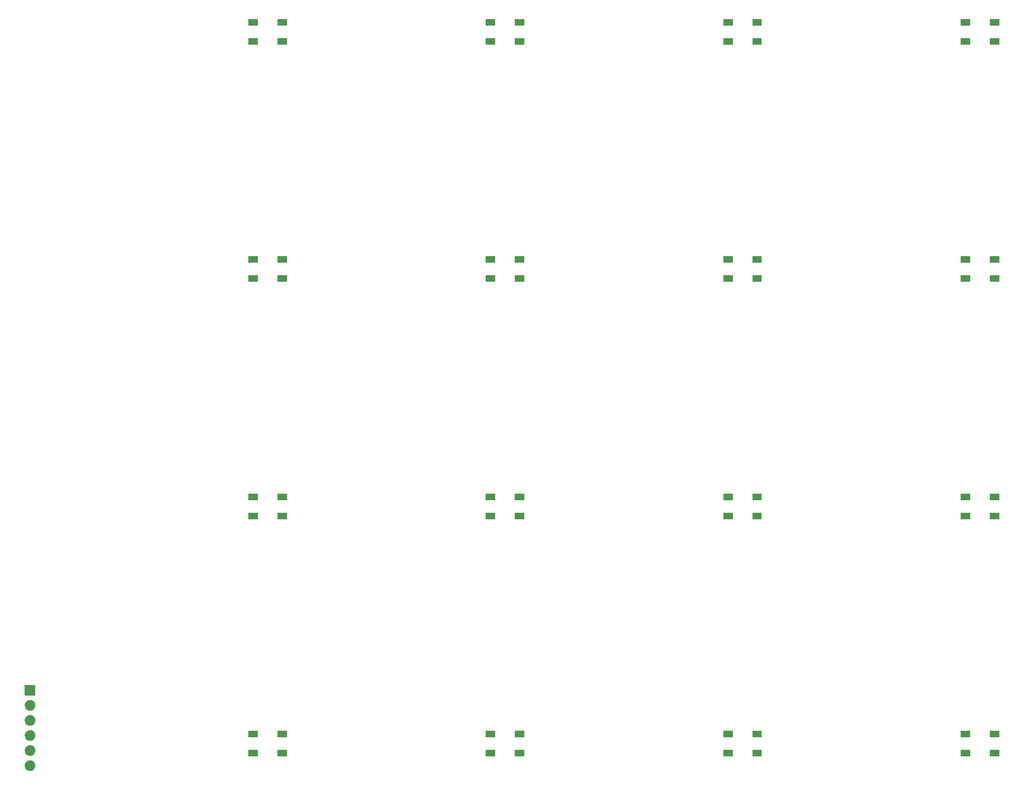
<source format=gbr>
G04 #@! TF.GenerationSoftware,KiCad,Pcbnew,(5.1.5)-3*
G04 #@! TF.CreationDate,2021-10-07T01:12:50-04:00*
G04 #@! TF.ProjectId,RIGHT_Side Panel,52494748-545f-4536-9964-652050616e65,rev?*
G04 #@! TF.SameCoordinates,Original*
G04 #@! TF.FileFunction,Soldermask,Top*
G04 #@! TF.FilePolarity,Negative*
%FSLAX46Y46*%
G04 Gerber Fmt 4.6, Leading zero omitted, Abs format (unit mm)*
G04 Created by KiCad (PCBNEW (5.1.5)-3) date 2021-10-07 01:12:50*
%MOMM*%
%LPD*%
G04 APERTURE LIST*
%ADD10C,0.100000*%
G04 APERTURE END LIST*
D10*
G36*
X25113512Y-201803927D02*
G01*
X25262812Y-201833624D01*
X25426784Y-201901544D01*
X25574354Y-202000147D01*
X25699853Y-202125646D01*
X25798456Y-202273216D01*
X25866376Y-202437188D01*
X25901000Y-202611259D01*
X25901000Y-202788741D01*
X25866376Y-202962812D01*
X25798456Y-203126784D01*
X25699853Y-203274354D01*
X25574354Y-203399853D01*
X25426784Y-203498456D01*
X25262812Y-203566376D01*
X25113512Y-203596073D01*
X25088742Y-203601000D01*
X24911258Y-203601000D01*
X24886488Y-203596073D01*
X24737188Y-203566376D01*
X24573216Y-203498456D01*
X24425646Y-203399853D01*
X24300147Y-203274354D01*
X24201544Y-203126784D01*
X24133624Y-202962812D01*
X24099000Y-202788741D01*
X24099000Y-202611259D01*
X24133624Y-202437188D01*
X24201544Y-202273216D01*
X24300147Y-202125646D01*
X24425646Y-202000147D01*
X24573216Y-201901544D01*
X24737188Y-201833624D01*
X24886488Y-201803927D01*
X24911258Y-201799000D01*
X25088742Y-201799000D01*
X25113512Y-201803927D01*
G37*
G36*
X188251000Y-201151000D02*
G01*
X186649000Y-201151000D01*
X186649000Y-200049000D01*
X188251000Y-200049000D01*
X188251000Y-201151000D01*
G37*
G36*
X63351000Y-201151000D02*
G01*
X61749000Y-201151000D01*
X61749000Y-200049000D01*
X63351000Y-200049000D01*
X63351000Y-201151000D01*
G37*
G36*
X68251000Y-201151000D02*
G01*
X66649000Y-201151000D01*
X66649000Y-200049000D01*
X68251000Y-200049000D01*
X68251000Y-201151000D01*
G37*
G36*
X103351000Y-201151000D02*
G01*
X101749000Y-201151000D01*
X101749000Y-200049000D01*
X103351000Y-200049000D01*
X103351000Y-201151000D01*
G37*
G36*
X108251000Y-201151000D02*
G01*
X106649000Y-201151000D01*
X106649000Y-200049000D01*
X108251000Y-200049000D01*
X108251000Y-201151000D01*
G37*
G36*
X143351000Y-201151000D02*
G01*
X141749000Y-201151000D01*
X141749000Y-200049000D01*
X143351000Y-200049000D01*
X143351000Y-201151000D01*
G37*
G36*
X148251000Y-201151000D02*
G01*
X146649000Y-201151000D01*
X146649000Y-200049000D01*
X148251000Y-200049000D01*
X148251000Y-201151000D01*
G37*
G36*
X183351000Y-201151000D02*
G01*
X181749000Y-201151000D01*
X181749000Y-200049000D01*
X183351000Y-200049000D01*
X183351000Y-201151000D01*
G37*
G36*
X25113512Y-199263927D02*
G01*
X25262812Y-199293624D01*
X25426784Y-199361544D01*
X25574354Y-199460147D01*
X25699853Y-199585646D01*
X25798456Y-199733216D01*
X25866376Y-199897188D01*
X25901000Y-200071259D01*
X25901000Y-200248741D01*
X25866376Y-200422812D01*
X25798456Y-200586784D01*
X25699853Y-200734354D01*
X25574354Y-200859853D01*
X25426784Y-200958456D01*
X25262812Y-201026376D01*
X25113512Y-201056073D01*
X25088742Y-201061000D01*
X24911258Y-201061000D01*
X24886488Y-201056073D01*
X24737188Y-201026376D01*
X24573216Y-200958456D01*
X24425646Y-200859853D01*
X24300147Y-200734354D01*
X24201544Y-200586784D01*
X24133624Y-200422812D01*
X24099000Y-200248741D01*
X24099000Y-200071259D01*
X24133624Y-199897188D01*
X24201544Y-199733216D01*
X24300147Y-199585646D01*
X24425646Y-199460147D01*
X24573216Y-199361544D01*
X24737188Y-199293624D01*
X24886488Y-199263927D01*
X24911258Y-199259000D01*
X25088742Y-199259000D01*
X25113512Y-199263927D01*
G37*
G36*
X25113512Y-196723927D02*
G01*
X25262812Y-196753624D01*
X25426784Y-196821544D01*
X25574354Y-196920147D01*
X25699853Y-197045646D01*
X25798456Y-197193216D01*
X25866376Y-197357188D01*
X25901000Y-197531259D01*
X25901000Y-197708741D01*
X25866376Y-197882812D01*
X25798456Y-198046784D01*
X25699853Y-198194354D01*
X25574354Y-198319853D01*
X25426784Y-198418456D01*
X25262812Y-198486376D01*
X25113512Y-198516073D01*
X25088742Y-198521000D01*
X24911258Y-198521000D01*
X24886488Y-198516073D01*
X24737188Y-198486376D01*
X24573216Y-198418456D01*
X24425646Y-198319853D01*
X24300147Y-198194354D01*
X24201544Y-198046784D01*
X24133624Y-197882812D01*
X24099000Y-197708741D01*
X24099000Y-197531259D01*
X24133624Y-197357188D01*
X24201544Y-197193216D01*
X24300147Y-197045646D01*
X24425646Y-196920147D01*
X24573216Y-196821544D01*
X24737188Y-196753624D01*
X24886488Y-196723927D01*
X24911258Y-196719000D01*
X25088742Y-196719000D01*
X25113512Y-196723927D01*
G37*
G36*
X68251000Y-197951000D02*
G01*
X66649000Y-197951000D01*
X66649000Y-196849000D01*
X68251000Y-196849000D01*
X68251000Y-197951000D01*
G37*
G36*
X63351000Y-197951000D02*
G01*
X61749000Y-197951000D01*
X61749000Y-196849000D01*
X63351000Y-196849000D01*
X63351000Y-197951000D01*
G37*
G36*
X103351000Y-197951000D02*
G01*
X101749000Y-197951000D01*
X101749000Y-196849000D01*
X103351000Y-196849000D01*
X103351000Y-197951000D01*
G37*
G36*
X188251000Y-197951000D02*
G01*
X186649000Y-197951000D01*
X186649000Y-196849000D01*
X188251000Y-196849000D01*
X188251000Y-197951000D01*
G37*
G36*
X183351000Y-197951000D02*
G01*
X181749000Y-197951000D01*
X181749000Y-196849000D01*
X183351000Y-196849000D01*
X183351000Y-197951000D01*
G37*
G36*
X148251000Y-197951000D02*
G01*
X146649000Y-197951000D01*
X146649000Y-196849000D01*
X148251000Y-196849000D01*
X148251000Y-197951000D01*
G37*
G36*
X143351000Y-197951000D02*
G01*
X141749000Y-197951000D01*
X141749000Y-196849000D01*
X143351000Y-196849000D01*
X143351000Y-197951000D01*
G37*
G36*
X108251000Y-197951000D02*
G01*
X106649000Y-197951000D01*
X106649000Y-196849000D01*
X108251000Y-196849000D01*
X108251000Y-197951000D01*
G37*
G36*
X25113512Y-194183927D02*
G01*
X25262812Y-194213624D01*
X25426784Y-194281544D01*
X25574354Y-194380147D01*
X25699853Y-194505646D01*
X25798456Y-194653216D01*
X25866376Y-194817188D01*
X25901000Y-194991259D01*
X25901000Y-195168741D01*
X25866376Y-195342812D01*
X25798456Y-195506784D01*
X25699853Y-195654354D01*
X25574354Y-195779853D01*
X25426784Y-195878456D01*
X25262812Y-195946376D01*
X25113512Y-195976073D01*
X25088742Y-195981000D01*
X24911258Y-195981000D01*
X24886488Y-195976073D01*
X24737188Y-195946376D01*
X24573216Y-195878456D01*
X24425646Y-195779853D01*
X24300147Y-195654354D01*
X24201544Y-195506784D01*
X24133624Y-195342812D01*
X24099000Y-195168741D01*
X24099000Y-194991259D01*
X24133624Y-194817188D01*
X24201544Y-194653216D01*
X24300147Y-194505646D01*
X24425646Y-194380147D01*
X24573216Y-194281544D01*
X24737188Y-194213624D01*
X24886488Y-194183927D01*
X24911258Y-194179000D01*
X25088742Y-194179000D01*
X25113512Y-194183927D01*
G37*
G36*
X25113512Y-191643927D02*
G01*
X25262812Y-191673624D01*
X25426784Y-191741544D01*
X25574354Y-191840147D01*
X25699853Y-191965646D01*
X25798456Y-192113216D01*
X25866376Y-192277188D01*
X25901000Y-192451259D01*
X25901000Y-192628741D01*
X25866376Y-192802812D01*
X25798456Y-192966784D01*
X25699853Y-193114354D01*
X25574354Y-193239853D01*
X25426784Y-193338456D01*
X25262812Y-193406376D01*
X25113512Y-193436073D01*
X25088742Y-193441000D01*
X24911258Y-193441000D01*
X24886488Y-193436073D01*
X24737188Y-193406376D01*
X24573216Y-193338456D01*
X24425646Y-193239853D01*
X24300147Y-193114354D01*
X24201544Y-192966784D01*
X24133624Y-192802812D01*
X24099000Y-192628741D01*
X24099000Y-192451259D01*
X24133624Y-192277188D01*
X24201544Y-192113216D01*
X24300147Y-191965646D01*
X24425646Y-191840147D01*
X24573216Y-191741544D01*
X24737188Y-191673624D01*
X24886488Y-191643927D01*
X24911258Y-191639000D01*
X25088742Y-191639000D01*
X25113512Y-191643927D01*
G37*
G36*
X25901000Y-190901000D02*
G01*
X24099000Y-190901000D01*
X24099000Y-189099000D01*
X25901000Y-189099000D01*
X25901000Y-190901000D01*
G37*
G36*
X183351000Y-161151000D02*
G01*
X181749000Y-161151000D01*
X181749000Y-160049000D01*
X183351000Y-160049000D01*
X183351000Y-161151000D01*
G37*
G36*
X188251000Y-161151000D02*
G01*
X186649000Y-161151000D01*
X186649000Y-160049000D01*
X188251000Y-160049000D01*
X188251000Y-161151000D01*
G37*
G36*
X148251000Y-161151000D02*
G01*
X146649000Y-161151000D01*
X146649000Y-160049000D01*
X148251000Y-160049000D01*
X148251000Y-161151000D01*
G37*
G36*
X143351000Y-161151000D02*
G01*
X141749000Y-161151000D01*
X141749000Y-160049000D01*
X143351000Y-160049000D01*
X143351000Y-161151000D01*
G37*
G36*
X103351000Y-161151000D02*
G01*
X101749000Y-161151000D01*
X101749000Y-160049000D01*
X103351000Y-160049000D01*
X103351000Y-161151000D01*
G37*
G36*
X108251000Y-161151000D02*
G01*
X106649000Y-161151000D01*
X106649000Y-160049000D01*
X108251000Y-160049000D01*
X108251000Y-161151000D01*
G37*
G36*
X63351000Y-161151000D02*
G01*
X61749000Y-161151000D01*
X61749000Y-160049000D01*
X63351000Y-160049000D01*
X63351000Y-161151000D01*
G37*
G36*
X68251000Y-161151000D02*
G01*
X66649000Y-161151000D01*
X66649000Y-160049000D01*
X68251000Y-160049000D01*
X68251000Y-161151000D01*
G37*
G36*
X183351000Y-157951000D02*
G01*
X181749000Y-157951000D01*
X181749000Y-156849000D01*
X183351000Y-156849000D01*
X183351000Y-157951000D01*
G37*
G36*
X143351000Y-157951000D02*
G01*
X141749000Y-157951000D01*
X141749000Y-156849000D01*
X143351000Y-156849000D01*
X143351000Y-157951000D01*
G37*
G36*
X103351000Y-157951000D02*
G01*
X101749000Y-157951000D01*
X101749000Y-156849000D01*
X103351000Y-156849000D01*
X103351000Y-157951000D01*
G37*
G36*
X148251000Y-157951000D02*
G01*
X146649000Y-157951000D01*
X146649000Y-156849000D01*
X148251000Y-156849000D01*
X148251000Y-157951000D01*
G37*
G36*
X63351000Y-157951000D02*
G01*
X61749000Y-157951000D01*
X61749000Y-156849000D01*
X63351000Y-156849000D01*
X63351000Y-157951000D01*
G37*
G36*
X68251000Y-157951000D02*
G01*
X66649000Y-157951000D01*
X66649000Y-156849000D01*
X68251000Y-156849000D01*
X68251000Y-157951000D01*
G37*
G36*
X188251000Y-157951000D02*
G01*
X186649000Y-157951000D01*
X186649000Y-156849000D01*
X188251000Y-156849000D01*
X188251000Y-157951000D01*
G37*
G36*
X108251000Y-157951000D02*
G01*
X106649000Y-157951000D01*
X106649000Y-156849000D01*
X108251000Y-156849000D01*
X108251000Y-157951000D01*
G37*
G36*
X188251000Y-121151000D02*
G01*
X186649000Y-121151000D01*
X186649000Y-120049000D01*
X188251000Y-120049000D01*
X188251000Y-121151000D01*
G37*
G36*
X63351000Y-121151000D02*
G01*
X61749000Y-121151000D01*
X61749000Y-120049000D01*
X63351000Y-120049000D01*
X63351000Y-121151000D01*
G37*
G36*
X183351000Y-121151000D02*
G01*
X181749000Y-121151000D01*
X181749000Y-120049000D01*
X183351000Y-120049000D01*
X183351000Y-121151000D01*
G37*
G36*
X148251000Y-121151000D02*
G01*
X146649000Y-121151000D01*
X146649000Y-120049000D01*
X148251000Y-120049000D01*
X148251000Y-121151000D01*
G37*
G36*
X143351000Y-121151000D02*
G01*
X141749000Y-121151000D01*
X141749000Y-120049000D01*
X143351000Y-120049000D01*
X143351000Y-121151000D01*
G37*
G36*
X108251000Y-121151000D02*
G01*
X106649000Y-121151000D01*
X106649000Y-120049000D01*
X108251000Y-120049000D01*
X108251000Y-121151000D01*
G37*
G36*
X103351000Y-121151000D02*
G01*
X101749000Y-121151000D01*
X101749000Y-120049000D01*
X103351000Y-120049000D01*
X103351000Y-121151000D01*
G37*
G36*
X68251000Y-121151000D02*
G01*
X66649000Y-121151000D01*
X66649000Y-120049000D01*
X68251000Y-120049000D01*
X68251000Y-121151000D01*
G37*
G36*
X148251000Y-117951000D02*
G01*
X146649000Y-117951000D01*
X146649000Y-116849000D01*
X148251000Y-116849000D01*
X148251000Y-117951000D01*
G37*
G36*
X183351000Y-117951000D02*
G01*
X181749000Y-117951000D01*
X181749000Y-116849000D01*
X183351000Y-116849000D01*
X183351000Y-117951000D01*
G37*
G36*
X143351000Y-117951000D02*
G01*
X141749000Y-117951000D01*
X141749000Y-116849000D01*
X143351000Y-116849000D01*
X143351000Y-117951000D01*
G37*
G36*
X108251000Y-117951000D02*
G01*
X106649000Y-117951000D01*
X106649000Y-116849000D01*
X108251000Y-116849000D01*
X108251000Y-117951000D01*
G37*
G36*
X68251000Y-117951000D02*
G01*
X66649000Y-117951000D01*
X66649000Y-116849000D01*
X68251000Y-116849000D01*
X68251000Y-117951000D01*
G37*
G36*
X63351000Y-117951000D02*
G01*
X61749000Y-117951000D01*
X61749000Y-116849000D01*
X63351000Y-116849000D01*
X63351000Y-117951000D01*
G37*
G36*
X188251000Y-117951000D02*
G01*
X186649000Y-117951000D01*
X186649000Y-116849000D01*
X188251000Y-116849000D01*
X188251000Y-117951000D01*
G37*
G36*
X103351000Y-117951000D02*
G01*
X101749000Y-117951000D01*
X101749000Y-116849000D01*
X103351000Y-116849000D01*
X103351000Y-117951000D01*
G37*
G36*
X143351000Y-81151000D02*
G01*
X141749000Y-81151000D01*
X141749000Y-80049000D01*
X143351000Y-80049000D01*
X143351000Y-81151000D01*
G37*
G36*
X148251000Y-81151000D02*
G01*
X146649000Y-81151000D01*
X146649000Y-80049000D01*
X148251000Y-80049000D01*
X148251000Y-81151000D01*
G37*
G36*
X188251000Y-81151000D02*
G01*
X186649000Y-81151000D01*
X186649000Y-80049000D01*
X188251000Y-80049000D01*
X188251000Y-81151000D01*
G37*
G36*
X183351000Y-81151000D02*
G01*
X181749000Y-81151000D01*
X181749000Y-80049000D01*
X183351000Y-80049000D01*
X183351000Y-81151000D01*
G37*
G36*
X63351000Y-81151000D02*
G01*
X61749000Y-81151000D01*
X61749000Y-80049000D01*
X63351000Y-80049000D01*
X63351000Y-81151000D01*
G37*
G36*
X68251000Y-81151000D02*
G01*
X66649000Y-81151000D01*
X66649000Y-80049000D01*
X68251000Y-80049000D01*
X68251000Y-81151000D01*
G37*
G36*
X103351000Y-81151000D02*
G01*
X101749000Y-81151000D01*
X101749000Y-80049000D01*
X103351000Y-80049000D01*
X103351000Y-81151000D01*
G37*
G36*
X108251000Y-81151000D02*
G01*
X106649000Y-81151000D01*
X106649000Y-80049000D01*
X108251000Y-80049000D01*
X108251000Y-81151000D01*
G37*
G36*
X103351000Y-77951000D02*
G01*
X101749000Y-77951000D01*
X101749000Y-76849000D01*
X103351000Y-76849000D01*
X103351000Y-77951000D01*
G37*
G36*
X68251000Y-77951000D02*
G01*
X66649000Y-77951000D01*
X66649000Y-76849000D01*
X68251000Y-76849000D01*
X68251000Y-77951000D01*
G37*
G36*
X108251000Y-77951000D02*
G01*
X106649000Y-77951000D01*
X106649000Y-76849000D01*
X108251000Y-76849000D01*
X108251000Y-77951000D01*
G37*
G36*
X143351000Y-77951000D02*
G01*
X141749000Y-77951000D01*
X141749000Y-76849000D01*
X143351000Y-76849000D01*
X143351000Y-77951000D01*
G37*
G36*
X148251000Y-77951000D02*
G01*
X146649000Y-77951000D01*
X146649000Y-76849000D01*
X148251000Y-76849000D01*
X148251000Y-77951000D01*
G37*
G36*
X63351000Y-77951000D02*
G01*
X61749000Y-77951000D01*
X61749000Y-76849000D01*
X63351000Y-76849000D01*
X63351000Y-77951000D01*
G37*
G36*
X188251000Y-77951000D02*
G01*
X186649000Y-77951000D01*
X186649000Y-76849000D01*
X188251000Y-76849000D01*
X188251000Y-77951000D01*
G37*
G36*
X183351000Y-77951000D02*
G01*
X181749000Y-77951000D01*
X181749000Y-76849000D01*
X183351000Y-76849000D01*
X183351000Y-77951000D01*
G37*
M02*

</source>
